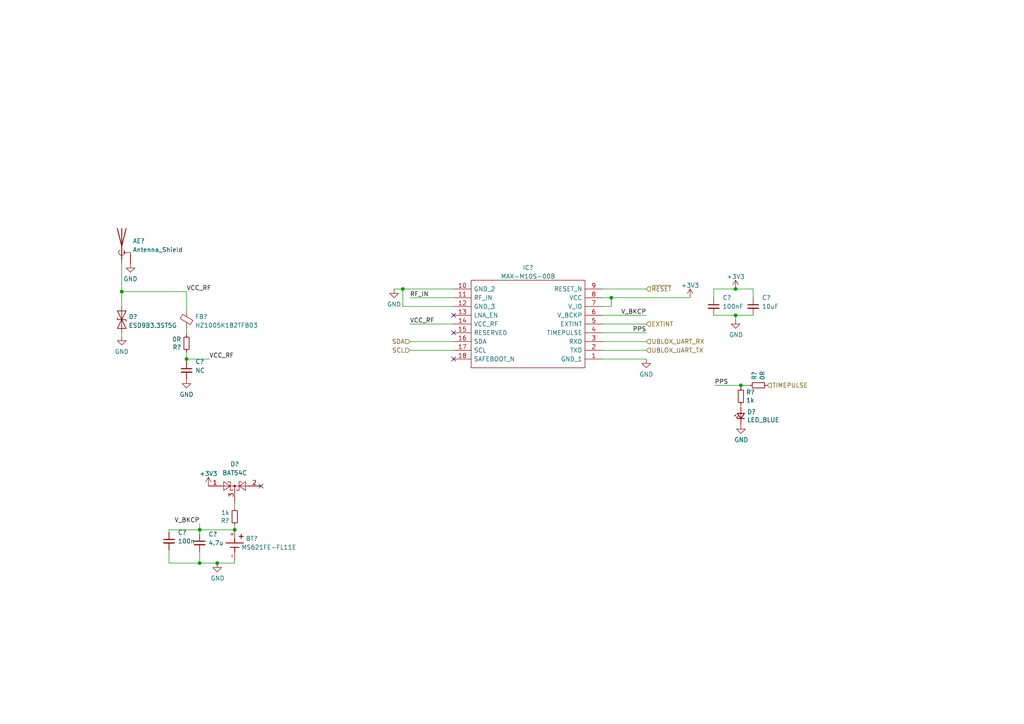
<source format=kicad_sch>
(kicad_sch (version 20211123) (generator eeschema)
  (paper "A4")
  (lib_symbols
    (symbol "Device:Antenna_Shield" (pin_numbers hide) (pin_names (offset 1.016) hide)
      (property "Reference" "AE" (at -1.905 4.445 0))
      (property "Value" "Antenna_Shield" (at -1.905 2.54 0))
      (symbol "Antenna_Shield_0_1"
        (arc (start -0.508 -1.143) (mid -0.8485 -2.1032) (end 0 -2.667))
        (arc (start 0 -2.667) (mid 0.8047 -2.0885) (end 0.508 -1.143))
        (polyline (pts (xy 0 -2.54) (xy 0 0)))
        (polyline (pts (xy 0 5.08) (xy 0 -3.81)) (stroke (width 0.254)))
        (polyline (pts (xy 0.762 -1.905) (xy 2.54 -1.905)))
        (polyline (pts (xy 2.54 -2.54) (xy 2.54 -1.905)))
        (polyline (pts (xy 1.27 5.08) (xy 0 0) (xy -1.27 5.08)) (stroke (width 0.254)))
        (circle (center 0.762 -1.905) (radius 0.1778) (fill (type outline)))
      )
      (symbol "Antenna_Shield_1_1"
        (pin input line (at 0 -5.08 90) (length 2.54) (name "A") (number "1"))
        (pin input line (at 2.54 -5.08 90) (length 2.54) (name "Shield") (number "2"))
      )
    )
    (symbol "Device:C_Small" (pin_numbers hide) (pin_names (offset 0.254) hide)
      (property "Reference" "C" (at 0.254 1.778 0))
      (property "Value" "C_Small" (at 0.254 -2.032 0))
      (symbol "C_Small_0_1"
        (polyline (pts (xy -1.524 -0.508) (xy 1.524 -0.508)) (stroke (width 0.3302)))
        (polyline (pts (xy -1.524 0.508) (xy 1.524 0.508)) (stroke (width 0.3048)))
      )
      (symbol "C_Small_1_1"
        (pin passive line (at 0 2.54 270) (length 2.032) (name "~") (number "1"))
        (pin passive line (at 0 -2.54 90) (length 2.032) (name "~") (number "2"))
      )
    )
    (symbol "Device:FerriteBead_Small" (pin_numbers hide) (pin_names (offset 0))
      (property "Reference" "FB" (at 1.905 1.27 0))
      (property "Value" "FerriteBead_Small" (at 1.905 -1.27 0))
      (symbol "FerriteBead_Small_0_1"
        (polyline (pts (xy 0 -1.27) (xy 0 -0.7874)))
        (polyline (pts (xy 0 0.889) (xy 0 1.2954)))
        (polyline (pts (xy -1.8288 0.2794) (xy -1.1176 1.4986) (xy 1.8288 -0.2032) (xy 1.1176 -1.4224) (xy -1.8288 0.2794)))
      )
      (symbol "FerriteBead_Small_1_1"
        (pin passive line (at 0 2.54 270) (length 1.27) (name "~") (number "1"))
        (pin passive line (at 0 -2.54 90) (length 1.27) (name "~") (number "2"))
      )
    )
    (symbol "Device:LED_Small" (pin_numbers hide) (pin_names (offset 0.254) hide)
      (property "Reference" "D" (at -1.27 3.175 0))
      (property "Value" "LED_Small" (at -4.445 -2.54 0))
      (symbol "LED_Small_0_1"
        (polyline (pts (xy -0.762 -1.016) (xy -0.762 1.016)) (stroke (width 0.254)))
        (polyline (pts (xy 1.016 0) (xy -0.762 0)))
        (polyline (pts (xy 0.762 -1.016) (xy -0.762 0) (xy 0.762 1.016) (xy 0.762 -1.016)) (stroke (width 0.254)))
        (polyline (pts (xy 0 0.762) (xy -0.508 1.27) (xy -0.254 1.27) (xy -0.508 1.27) (xy -0.508 1.016)))
        (polyline (pts (xy 0.508 1.27) (xy 0 1.778) (xy 0.254 1.778) (xy 0 1.778) (xy 0 1.524)))
      )
      (symbol "LED_Small_1_1"
        (pin passive line (at -2.54 0 0) (length 1.778) (name "K") (number "1"))
        (pin passive line (at 2.54 0 180) (length 1.778) (name "A") (number "2"))
      )
    )
    (symbol "Device:R_Small" (pin_numbers hide) (pin_names (offset 0.254) hide)
      (property "Reference" "R" (at 0.762 0.508 0))
      (property "Value" "R_Small" (at 0.762 -1.016 0))
      (symbol "R_Small_0_1"
        (rectangle (start -0.762 1.778) (end 0.762 -1.778) (stroke (width 0.2032)))
      )
      (symbol "R_Small_1_1"
        (pin passive line (at 0 2.54 270) (length 0.762) (name "~") (number "1"))
        (pin passive line (at 0 -2.54 90) (length 0.762) (name "~") (number "2"))
      )
    )
    (symbol "Diode:BAT54C" (pin_names (offset 1.016))
      (property "Reference" "D" (at 0.635 -3.81 0))
      (property "Value" "BAT54C" (at -6.35 3.175 0))
      (symbol "BAT54C_0_1"
        (polyline (pts (xy -1.905 0) (xy 1.905 0)))
        (polyline (pts (xy -1.905 1.27) (xy -1.905 1.016)))
        (polyline (pts (xy -1.27 -1.27) (xy -0.635 -1.27)))
        (polyline (pts (xy -1.27 0) (xy -3.81 0)))
        (polyline (pts (xy -1.27 1.27) (xy -1.905 1.27)))
        (polyline (pts (xy -1.27 1.27) (xy -1.27 -1.27)))
        (polyline (pts (xy -0.635 -1.27) (xy -0.635 -1.016)))
        (polyline (pts (xy 0.635 -1.27) (xy 0.635 -1.016)))
        (polyline (pts (xy 1.27 -1.27) (xy 0.635 -1.27)))
        (polyline (pts (xy 1.27 1.27) (xy 1.27 -1.27)))
        (polyline (pts (xy 1.27 1.27) (xy 1.905 1.27)))
        (polyline (pts (xy 1.905 1.27) (xy 1.905 1.016)))
        (polyline (pts (xy 3.81 0) (xy 1.27 0)))
        (polyline (pts (xy -3.175 -1.27) (xy -3.175 1.27) (xy -1.27 0) (xy -3.175 -1.27)))
        (polyline (pts (xy 3.175 -1.27) (xy 3.175 1.27) (xy 1.27 0) (xy 3.175 -1.27)))
        (circle (center 0 0) (radius 0.254) (fill (type outline)))
      )
      (symbol "BAT54C_1_1"
        (pin passive line (at -7.62 0 0) (length 3.81) (name "~") (number "1"))
        (pin passive line (at 7.62 0 180) (length 3.81) (name "~") (number "2"))
        (pin passive line (at 0 -5.08 90) (length 5.08) (name "~") (number "3"))
      )
    )
    (symbol "Diode:ESD9B3.3ST5G" (pin_numbers hide) (pin_names (offset 1.016) hide)
      (property "Reference" "D" (at 0 2.54 0))
      (property "Value" "ESD9B3.3ST5G" (at 0 -2.54 0))
      (symbol "ESD9B3.3ST5G_0_1"
        (polyline (pts (xy 1.27 0) (xy -1.27 0)))
        (polyline (pts (xy -2.54 -1.27) (xy 0 0) (xy -2.54 1.27) (xy -2.54 -1.27)) (stroke (width 0.2032)))
        (polyline (pts (xy 0.508 1.27) (xy 0 1.27) (xy 0 -1.27) (xy -0.508 -1.27)) (stroke (width 0.2032)))
        (polyline (pts (xy 2.54 1.27) (xy 2.54 -1.27) (xy 0 0) (xy 2.54 1.27)) (stroke (width 0.2032)))
      )
      (symbol "ESD9B3.3ST5G_1_1"
        (pin passive line (at -3.81 0 0) (length 2.54) (name "A1") (number "1"))
        (pin passive line (at 3.81 0 180) (length 2.54) (name "A2") (number "2"))
      )
    )
    (symbol "MAX-M10S-00B:MAX-M10S-00B" (pin_names (offset 0.762))
      (property "Reference" "IC" (at 39.37 7.62 0))
      (property "Value" "MAX-M10S-00B" (at 39.37 5.08 0))
      (symbol "MAX-M10S-00B_0_0"
        (pin passive line (at 43.18 -20.32 180) (length 5.08) (name "GND_1") (number "1"))
        (pin passive line (at 0 0 0) (length 5.08) (name "GND_2") (number "10"))
        (pin passive line (at 0 -2.54 0) (length 5.08) (name "RF_IN") (number "11"))
        (pin passive line (at 0 -5.08 0) (length 5.08) (name "GND_3") (number "12"))
        (pin passive line (at 0 -7.62 0) (length 5.08) (name "LNA_EN") (number "13"))
        (pin passive line (at 0 -10.16 0) (length 5.08) (name "VCC_RF") (number "14"))
        (pin passive line (at 0 -12.7 0) (length 5.08) (name "RESERVED") (number "15"))
        (pin passive line (at 0 -15.24 0) (length 5.08) (name "SDA") (number "16"))
        (pin passive line (at 0 -17.78 0) (length 5.08) (name "SCL") (number "17"))
        (pin passive line (at 0 -20.32 0) (length 5.08) (name "SAFEBOOT_N") (number "18"))
        (pin passive line (at 43.18 -17.78 180) (length 5.08) (name "TXD") (number "2"))
        (pin passive line (at 43.18 -15.24 180) (length 5.08) (name "RXD") (number "3"))
        (pin passive line (at 43.18 -12.7 180) (length 5.08) (name "TIMEPULSE") (number "4"))
        (pin passive line (at 43.18 -10.16 180) (length 5.08) (name "EXTINT") (number "5"))
        (pin passive line (at 43.18 -7.62 180) (length 5.08) (name "V_BCKP") (number "6"))
        (pin passive line (at 43.18 -5.08 180) (length 5.08) (name "V_IO") (number "7"))
        (pin passive line (at 43.18 -2.54 180) (length 5.08) (name "VCC") (number "8"))
        (pin passive line (at 43.18 0 180) (length 5.08) (name "RESET_N") (number "9"))
      )
      (symbol "MAX-M10S-00B_0_1"
        (polyline (pts (xy 5.08 2.54) (xy 38.1 2.54) (xy 38.1 -22.86) (xy 5.08 -22.86) (xy 5.08 2.54)) (stroke (width 0.1524)))
      )
    )
    (symbol "MS621FE-FL11E:MS621FE-FL11E" (pin_names (offset 1.016) hide)
      (property "Reference" "BT" (at -3.81 3.81 0))
      (property "Value" "MS621FE-FL11E" (at -3.81 -5.08 0))
      (symbol "MS621FE-FL11E_0_0"
        (polyline (pts (xy -3.175 1.905) (xy -1.905 1.905)) (stroke (width 0.254)))
        (polyline (pts (xy -2.54 2.54) (xy -2.54 1.27)) (stroke (width 0.254)))
        (polyline (pts (xy -0.635 0) (xy -1.905 0)) (stroke (width 0.254)))
        (polyline (pts (xy -0.635 0) (xy -0.635 -2.54)) (stroke (width 0.254)))
        (polyline (pts (xy -0.635 2.54) (xy -0.635 0)) (stroke (width 0.254)))
        (polyline (pts (xy 0.635 0) (xy 0.635 -1.27)) (stroke (width 0.254)))
        (polyline (pts (xy 0.635 0) (xy 1.905 0)) (stroke (width 0.254)))
        (polyline (pts (xy 0.635 1.27) (xy 0.635 0)) (stroke (width 0.254)))
        (pin passive line (at -4.445 0 0) (length 2.54) (name "r~") (number "+"))
        (pin passive line (at 4.445 0 180) (length 2.54) (name "~") (number "-"))
      )
    )
    (symbol "power:+3.3V" (power) (pin_names (offset 0))
      (property "Value" "+3.3V" (at 0 3.556 0))
      (symbol "+3.3V_0_1"
        (polyline (pts (xy -0.762 1.27) (xy 0 2.54)))
        (polyline (pts (xy 0 0) (xy 0 2.54)))
        (polyline (pts (xy 0 2.54) (xy 0.762 1.27)))
      )
      (symbol "+3.3V_1_1"
        (pin power_in line (at 0 0 90) (length 0) hide (name "+3V3") (number "1"))
      )
    )
    (symbol "power:GND" (power) (pin_names (offset 0))
      (property "Value" "GND" (at 0 -3.81 0))
      (symbol "GND_0_1"
        (polyline (pts (xy 0 0) (xy 0 -1.27) (xy 1.27 -1.27) (xy 0 -2.54) (xy -1.27 -1.27) (xy 0 -1.27)))
      )
      (symbol "GND_1_1"
        (pin power_in line (at 0 0 270) (length 0) hide (name "GND") (number "1"))
      )
    )
  )
  (junction (at 177.292 86.36))
  (junction (at 116.84 83.82))
  (junction (at 213.36 91.44))
  (junction (at 213.36 83.82))
  (junction (at 57.912 153.67))
  (junction (at 62.992 163.322))
  (junction (at 57.912 163.322))
  (junction (at 54.102 104.14))
  (junction (at 68.072 153.67))
  (junction (at 35.306 84.582))
  (junction (at 214.884 111.76))
  (no_connect (at 75.692 140.97))
  (no_connect (at 131.572 91.44))
  (no_connect (at 131.572 96.52))
  (no_connect (at 131.572 104.14))
  (wire (pts (xy 116.84 83.82) (xy 131.572 83.82)))
  (wire (pts (xy 57.912 163.322) (xy 62.992 163.322)))
  (wire (pts (xy 174.752 101.6) (xy 187.452 101.6)))
  (wire (pts (xy 57.912 151.892) (xy 57.912 153.67)))
  (wire (pts (xy 54.102 95.25) (xy 54.102 97.028)))
  (wire (pts (xy 174.752 83.82) (xy 187.452 83.82)))
  (wire (pts (xy 54.102 84.582) (xy 35.306 84.582)))
  (wire (pts (xy 213.36 91.44) (xy 218.44 91.44)))
  (wire (pts (xy 174.752 104.14) (xy 187.452 104.14)))
  (wire (pts (xy 214.884 117.475) (xy 214.884 118.11)))
  (wire (pts (xy 54.102 104.14) (xy 54.102 104.902)))
  (wire (pts (xy 207.01 83.82) (xy 207.01 86.36)))
  (wire (pts (xy 35.306 96.52) (xy 35.306 97.536)))
  (wire (pts (xy 174.752 99.06) (xy 187.452 99.06)))
  (wire (pts (xy 174.752 91.44) (xy 187.452 91.44)))
  (wire (pts (xy 177.292 88.9) (xy 177.292 86.36)))
  (wire (pts (xy 174.752 86.36) (xy 177.292 86.36)))
  (wire (pts (xy 213.36 91.44) (xy 213.36 92.71)))
  (wire (pts (xy 116.84 88.9) (xy 116.84 83.82)))
  (wire (pts (xy 118.872 93.98) (xy 131.572 93.98)))
  (wire (pts (xy 49.022 159.512) (xy 49.022 163.322)))
  (wire (pts (xy 54.102 102.108) (xy 54.102 104.14)))
  (wire (pts (xy 49.022 163.322) (xy 57.912 163.322)))
  (wire (pts (xy 54.102 104.14) (xy 60.706 104.14)))
  (wire (pts (xy 207.264 111.76) (xy 214.884 111.76)))
  (wire (pts (xy 214.884 111.76) (xy 217.424 111.76)))
  (wire (pts (xy 54.102 90.17) (xy 54.102 84.582)))
  (wire (pts (xy 68.072 163.322) (xy 62.992 163.322)))
  (wire (pts (xy 35.306 84.582) (xy 35.306 88.9)))
  (wire (pts (xy 114.3 83.82) (xy 116.84 83.82)))
  (wire (pts (xy 214.884 111.76) (xy 214.884 112.395)))
  (wire (pts (xy 174.752 88.9) (xy 177.292 88.9)))
  (wire (pts (xy 131.572 101.6) (xy 118.872 101.6)))
  (wire (pts (xy 68.072 162.56) (xy 68.072 163.322)))
  (wire (pts (xy 174.752 96.52) (xy 187.452 96.52)))
  (wire (pts (xy 49.022 153.67) (xy 57.912 153.67)))
  (wire (pts (xy 57.912 160.02) (xy 57.912 163.322)))
  (wire (pts (xy 177.292 86.36) (xy 200.152 86.36)))
  (wire (pts (xy 68.072 152.4) (xy 68.072 153.67)))
  (wire (pts (xy 213.36 83.82) (xy 218.44 83.82)))
  (wire (pts (xy 218.44 83.82) (xy 218.44 86.36)))
  (wire (pts (xy 118.872 86.36) (xy 131.572 86.36)))
  (wire (pts (xy 49.022 154.432) (xy 49.022 153.67)))
  (wire (pts (xy 57.912 153.67) (xy 68.072 153.67)))
  (wire (pts (xy 131.572 88.9) (xy 116.84 88.9)))
  (wire (pts (xy 68.072 146.05) (xy 68.072 147.32)))
  (wire (pts (xy 174.752 93.98) (xy 187.452 93.98)))
  (wire (pts (xy 207.01 91.44) (xy 213.36 91.44)))
  (wire (pts (xy 57.912 153.67) (xy 57.912 154.94)))
  (wire (pts (xy 207.01 83.82) (xy 213.36 83.82)))
  (wire (pts (xy 35.306 76.454) (xy 35.306 84.582)))
  (wire (pts (xy 131.572 99.06) (xy 118.872 99.06)))
  (label "RF_IN" (at 118.872 86.36 0))
  (label "V_BKCP" (at 187.452 91.44 180))
  (label "VCC_RF" (at 118.872 93.98 0))
  (label "PPS" (at 207.264 111.76 0))
  (label "VCC_RF" (at 54.102 84.582 0))
  (label "V_BKCP" (at 57.912 151.892 180))
  (label "PPS" (at 187.452 96.52 180))
  (label "VCC_RF" (at 60.706 104.14 0))
  (hierarchical_label "SCL" (shape input) (at 118.872 101.6 180))
  (hierarchical_label "~{RESET}" (shape input) (at 187.452 83.82 0))
  (hierarchical_label "UBLOX_UART_RX" (shape input) (at 187.452 99.06 0))
  (hierarchical_label "SDA" (shape input) (at 118.872 99.06 180))
  (hierarchical_label "TIMEPULSE" (shape input) (at 222.504 111.76 0))
  (hierarchical_label "UBLOX_UART_TX" (shape input) (at 187.452 101.6 0))
  (hierarchical_label "EXTINT" (shape input) (at 187.452 93.98 0))
  (symbol (lib_id "power:GND") (at 187.452 104.14 0) (unit 1)
    (property "Reference" "#PWR?" (effects hide))
    (property "Value" "GND" (at 187.452 108.5834 0))
  )
  (symbol (lib_id "MS621FE-FL11E:MS621FE-FL11E") (at 68.072 158.115 270) (unit 1)
    (property "Reference" "BT?" (at 71.247 156.21 90) (effects (justify left)))
    (property "Value" "MS621FE-FL11E" (at 69.977 158.75 90) (effects (justify left)))
    (property "Footprint" "BAT_MS621FE-FL11E" (effects hide))
    (property "Datasheet" "http://www.sii.co.jp/en/me/datasheets/ms-rechargeable/ms621fe/" (effects hide))
    (property "Link" "https://www.ebay.com.au/itm/263174584953" (effects hide))
  )
  (symbol (lib_id "Device:R_Small") (at 219.964 111.76 90) (unit 1)
    (property "Reference" "R?" (at 218.7956 110.2614 0) (effects (justify left)))
    (property "Value" "0R" (at 221.107 110.2614 0) (effects (justify left)))
    (property "Footprint" "Resistor_SMD:R_0603_1608Metric" (effects hide))
  )
  (symbol (lib_id "power:GND") (at 214.884 123.19 0) (unit 1)
    (property "Reference" "#PWR?" (effects hide))
    (property "Value" "GND" (at 215.011 127.5842 0))
  )
  (symbol (lib_id "power:GND") (at 114.3 83.82 0) (unit 1)
    (property "Reference" "#PWR?" (effects hide))
    (property "Value" "GND" (at 114.3 88.2634 0))
  )
  (symbol (lib_id "power:GND") (at 213.36 92.71 0) (unit 1)
    (property "Reference" "#PWR?" (effects hide))
    (property "Value" "GND" (at 213.487 97.1042 0))
  )
  (symbol (lib_id "MAX-M10S-00B:MAX-M10S-00B") (at 131.572 83.82 0) (unit 1)
    (property "Reference" "IC?" (at 153.162 77.631 0))
    (property "Value" "MAX-M10S-00B" (at 153.162 80.1679 0))
    (property "Footprint" "Footprints:MAXM10S00B" (effects hide))
    (property "Datasheet" "https://content.u-blox.com/sites/default/files/MAX-M10S_IntegrationManual_UBX-20053088.pdf" (effects hide))
    (property "Description" "GPS Modules u-blox M10 GNSS LCC module, firmware in ROM, SAW filter, LNA" (effects hide))
    (property "Height" "2.7" (effects hide))
    (property "Manufacturer_Name" "U-Blox" (effects hide))
    (property "Manufacturer_Part_Number" "MAX-M10S-00B" (effects hide))
    (property "Mouser Part Number" "377-MAX-M10S-00B" (effects hide))
    (property "Mouser Price/Stock" "https://www.mouser.co.uk/ProductDetail/u-blox/MAX-M10S-00B?qs=A6eO%252BMLsxmT0PfQYPb7LLQ%3D%3D" (effects hide))
  )
  (symbol (lib_id "Device:C_Small") (at 218.44 88.9 0) (unit 1)
    (property "Reference" "C?" (at 220.98 86.36 0) (effects (justify left)))
    (property "Value" "10uF" (at 220.98 88.9 0) (effects (justify left)))
    (property "Footprint" "Capacitor_SMD:C_0603_1608Metric" (effects hide))
  )
  (symbol (lib_id "Device:C_Small") (at 207.01 88.9 0) (unit 1)
    (property "Reference" "C?" (at 209.55 86.36 0) (effects (justify left)))
    (property "Value" "100nF" (at 209.55 88.9 0) (effects (justify left)))
    (property "Footprint" "Capacitor_SMD:C_0603_1608Metric" (effects hide))
  )
  (symbol (lib_id "Device:FerriteBead_Small") (at 54.102 92.71 0) (unit 1)
    (property "Reference" "FB?" (at 56.5658 91.8372 0) (effects (justify left)))
    (property "Value" "HZ1005K182TFB03" (at 56.5658 94.3741 0) (effects (justify left)))
    (property "Footprint" "Resistor_SMD:R_0402_1005Metric" (effects hide))
    (property "LCSC#" "C279553" (effects hide))
  )
  (symbol (lib_id "power:GND") (at 62.992 163.322 0) (unit 1)
    (property "Reference" "#PWR?" (effects hide))
    (property "Value" "GND" (at 63.119 167.7162 0))
  )
  (symbol (lib_id "power:+3.3V") (at 200.152 86.36 0) (unit 1)
    (property "Reference" "#PWR?" (effects hide))
    (property "Value" "+3.3V" (at 200.152 82.7842 0))
  )
  (symbol (lib_id "Device:C_Small") (at 57.912 157.48 0) (unit 1)
    (property "Reference" "C?" (at 60.452 154.94 0) (effects (justify left)))
    (property "Value" "4.7u" (at 60.452 157.48 0) (effects (justify left)))
    (property "Footprint" "Capacitor_SMD:C_0603_1608Metric" (effects hide))
  )
  (symbol (lib_id "power:+3.3V") (at 213.36 83.82 0) (unit 1)
    (property "Reference" "#PWR?" (effects hide))
    (property "Value" "+3.3V" (at 213.36 80.2442 0))
  )
  (symbol (lib_id "power:GND") (at 35.306 97.536 0) (unit 1)
    (property "Reference" "#PWR?" (effects hide))
    (property "Value" "GND" (at 35.306 101.9794 0))
  )
  (symbol (lib_id "power:+3.3V") (at 60.452 140.97 0) (unit 1)
    (property "Reference" "#PWR?" (effects hide))
    (property "Value" "+3.3V" (at 60.452 137.3942 0))
  )
  (symbol (lib_id "Diode:ESD9B3.3ST5G") (at 35.306 92.71 90) (unit 1)
    (property "Reference" "D?" (at 37.3126 91.8753 90) (effects (justify right)))
    (property "Value" "ESD9B3.3ST5G" (at 37.3126 94.4122 90) (effects (justify right)))
    (property "Footprint" "Diode_SMD:D_0402_1005Metric" (effects hide))
    (property "Datasheet" "https://datasheet.lcsc.com/lcsc/2108131930_TECH-PUBLIC-TPESD0402G36V_C558621.pdf" (effects hide))
    (property "LCSC#" "C558621" (effects hide))
  )
  (symbol (lib_id "Device:R_Small") (at 54.102 99.568 180) (unit 1)
    (property "Reference" "R?" (at 52.6034 100.7364 0) (effects (justify left)))
    (property "Value" "0R" (at 52.6034 98.425 0) (effects (justify left)))
    (property "Footprint" "Resistor_SMD:R_0402_1005Metric" (effects hide))
  )
  (symbol (lib_id "Device:C_Small") (at 49.022 156.972 0) (unit 1)
    (property "Reference" "C?" (at 51.562 154.432 0) (effects (justify left)))
    (property "Value" "100n" (at 51.562 156.972 0) (effects (justify left)))
    (property "Footprint" "Capacitor_SMD:C_0603_1608Metric" (effects hide))
  )
  (symbol (lib_id "Device:Antenna_Shield") (at 35.306 71.374 0) (unit 1)
    (property "Reference" "AE?" (at 38.481 69.9043 0) (effects (justify left)))
    (property "Value" "Antenna_Shield" (at 38.481 72.4412 0) (effects (justify left)))
    (property "Footprint" "Connector_Coaxial:U.FL_Hirose_U.FL-R-SMT-1_Vertical" (effects hide))
    (property "LCSC#" "C88373" (effects hide))
  )
  (symbol (lib_id "Device:LED_Small") (at 214.884 120.65 90) (unit 1)
    (property "Reference" "D?" (at 216.662 119.4816 90) (effects (justify right)))
    (property "Value" "LED_BLUE" (at 216.662 121.793 90) (effects (justify right)))
    (property "Footprint" "LED_SMD:LED_0603_1608Metric" (effects hide))
  )
  (symbol (lib_id "Device:R_Small") (at 68.072 149.86 180) (unit 1)
    (property "Reference" "R?" (at 66.5734 151.0284 0) (effects (justify left)))
    (property "Value" "1k" (at 66.5734 148.717 0) (effects (justify left)))
    (property "Footprint" "Resistor_SMD:R_0603_1608Metric" (effects hide))
  )
  (symbol (lib_id "power:GND") (at 54.102 109.982 0) (unit 1)
    (property "Reference" "#PWR?" (effects hide))
    (property "Value" "GND" (at 54.102 114.4254 0))
  )
  (symbol (lib_id "Device:C_Small") (at 54.102 107.442 0) (unit 1)
    (property "Reference" "C?" (at 56.642 104.902 0) (effects (justify left)))
    (property "Value" "NC" (at 56.642 107.442 0) (effects (justify left)))
    (property "Footprint" "Capacitor_SMD:C_0402_1005Metric" (effects hide))
  )
  (symbol (lib_id "Device:R_Small") (at 214.884 114.935 0) (unit 1)
    (property "Reference" "R?" (at 216.3826 113.7666 0) (effects (justify left)))
    (property "Value" "1k" (at 216.3826 116.078 0) (effects (justify left)))
    (property "Footprint" "Resistor_SMD:R_0603_1608Metric" (effects hide))
  )
  (symbol (lib_id "power:GND") (at 37.846 76.454 0) (unit 1)
    (property "Reference" "#PWR?" (effects hide))
    (property "Value" "GND" (at 37.846 80.8974 0))
  )
  (symbol (lib_id "Diode:BAT54C") (at 68.072 140.97 0) (unit 1)
    (property "Reference" "D?" (at 68.072 134.62 0))
    (property "Value" "BAT54C" (at 68.072 137.16 0))
    (property "Footprint" "Package_TO_SOT_SMD:SOT-23" (effects hide))
    (property "Datasheet" "http://www.diodes.com/_files/datasheets/ds11005.pdf" (effects hide))
  )
)
</source>
